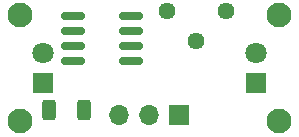
<source format=gbr>
%TF.GenerationSoftware,KiCad,Pcbnew,(6.0.4)*%
%TF.CreationDate,2024-08-12T15:42:03+08:00*%
%TF.ProjectId,laser tanks,6c617365-7220-4746-916e-6b732e6b6963,rev?*%
%TF.SameCoordinates,Original*%
%TF.FileFunction,Soldermask,Bot*%
%TF.FilePolarity,Negative*%
%FSLAX46Y46*%
G04 Gerber Fmt 4.6, Leading zero omitted, Abs format (unit mm)*
G04 Created by KiCad (PCBNEW (6.0.4)) date 2024-08-12 15:42:03*
%MOMM*%
%LPD*%
G01*
G04 APERTURE LIST*
G04 Aperture macros list*
%AMRoundRect*
0 Rectangle with rounded corners*
0 $1 Rounding radius*
0 $2 $3 $4 $5 $6 $7 $8 $9 X,Y pos of 4 corners*
0 Add a 4 corners polygon primitive as box body*
4,1,4,$2,$3,$4,$5,$6,$7,$8,$9,$2,$3,0*
0 Add four circle primitives for the rounded corners*
1,1,$1+$1,$2,$3*
1,1,$1+$1,$4,$5*
1,1,$1+$1,$6,$7*
1,1,$1+$1,$8,$9*
0 Add four rect primitives between the rounded corners*
20,1,$1+$1,$2,$3,$4,$5,0*
20,1,$1+$1,$4,$5,$6,$7,0*
20,1,$1+$1,$6,$7,$8,$9,0*
20,1,$1+$1,$8,$9,$2,$3,0*%
G04 Aperture macros list end*
%ADD10C,2.100000*%
%ADD11C,1.440000*%
%ADD12R,1.800000X1.800000*%
%ADD13C,1.800000*%
%ADD14RoundRect,0.150000X0.825000X0.150000X-0.825000X0.150000X-0.825000X-0.150000X0.825000X-0.150000X0*%
%ADD15RoundRect,0.250000X0.312500X0.625000X-0.312500X0.625000X-0.312500X-0.625000X0.312500X-0.625000X0*%
%ADD16R,1.700000X1.700000*%
%ADD17O,1.700000X1.700000*%
G04 APERTURE END LIST*
D10*
%TO.C,REF\u002A\u002A*%
X104000000Y-112000000D03*
%TD*%
%TO.C,REF\u002A\u002A*%
X104000000Y-103000000D03*
%TD*%
%TO.C,REF\u002A\u002A*%
X126000000Y-103000000D03*
%TD*%
%TO.C,REF\u002A\u002A*%
X126000000Y-112000000D03*
%TD*%
D11*
%TO.C,RV1*%
X116475000Y-102675000D03*
X118975000Y-105175000D03*
X121475000Y-102675000D03*
%TD*%
D12*
%TO.C,Q2*%
X124000000Y-108770000D03*
D13*
X124000000Y-106230000D03*
%TD*%
D12*
%TO.C,Q1*%
X106000000Y-108770000D03*
D13*
X106000000Y-106230000D03*
%TD*%
D14*
%TO.C,U1*%
X113475000Y-103095000D03*
X113475000Y-104365000D03*
X113475000Y-105635000D03*
X113475000Y-106905000D03*
X108525000Y-106905000D03*
X108525000Y-105635000D03*
X108525000Y-104365000D03*
X108525000Y-103095000D03*
%TD*%
D15*
%TO.C,R2*%
X109462500Y-111000000D03*
X106537500Y-111000000D03*
%TD*%
D16*
%TO.C,J1*%
X117500000Y-111500000D03*
D17*
X114960000Y-111500000D03*
X112420000Y-111500000D03*
%TD*%
M02*

</source>
